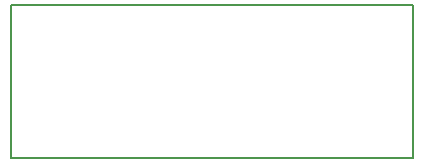
<source format=gm1>
G04 #@! TF.FileFunction,Profile,NP*
%FSLAX46Y46*%
G04 Gerber Fmt 4.6, Leading zero omitted, Abs format (unit mm)*
G04 Created by KiCad (PCBNEW 4.0.6) date Fri Jul 21 09:34:55 2017*
%MOMM*%
%LPD*%
G01*
G04 APERTURE LIST*
%ADD10C,0.100000*%
%ADD11C,0.150000*%
G04 APERTURE END LIST*
D10*
D11*
X52500000Y-54835000D02*
X52500000Y-41835000D01*
X86500000Y-54835000D02*
X52500000Y-54835000D01*
X86500000Y-41835000D02*
X86500000Y-54835000D01*
X52500000Y-41835000D02*
X86500000Y-41835000D01*
M02*

</source>
